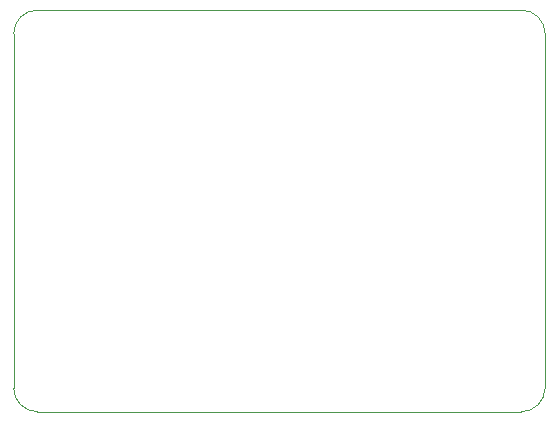
<source format=gbr>
G04 #@! TF.GenerationSoftware,KiCad,Pcbnew,(5.1.2-1)-1*
G04 #@! TF.CreationDate,2020-06-07T21:53:54+02:00*
G04 #@! TF.ProjectId,TeensyTest,5465656e-7379-4546-9573-742e6b696361,rev?*
G04 #@! TF.SameCoordinates,Original*
G04 #@! TF.FileFunction,Profile,NP*
%FSLAX46Y46*%
G04 Gerber Fmt 4.6, Leading zero omitted, Abs format (unit mm)*
G04 Created by KiCad (PCBNEW (5.1.2-1)-1) date 2020-06-07 21:53:54*
%MOMM*%
%LPD*%
G04 APERTURE LIST*
%ADD10C,0.050000*%
G04 APERTURE END LIST*
D10*
X15600000Y-37860000D02*
G75*
G02X17600000Y-35860000I2000000J0D01*
G01*
X58600000Y-35860000D02*
G75*
G02X60600000Y-37860000I0J-2000000D01*
G01*
X60600000Y-67860000D02*
G75*
G02X58600000Y-69860000I-2000000J0D01*
G01*
X17600000Y-69860000D02*
X58600000Y-69860000D01*
X17600000Y-69860000D02*
G75*
G02X15600000Y-67860000I0J2000000D01*
G01*
X60600000Y-37860000D02*
X60600000Y-67860000D01*
X17600000Y-35860000D02*
X58600000Y-35860000D01*
X15600000Y-67860000D02*
X15600000Y-37860000D01*
M02*

</source>
